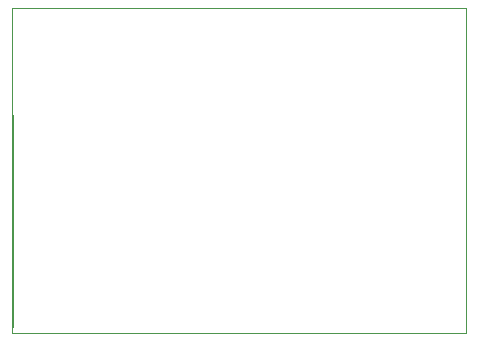
<source format=gbr>
G04 #@! TF.GenerationSoftware,KiCad,Pcbnew,9.0.1*
G04 #@! TF.CreationDate,2026-02-11T02:11:43+05:30*
G04 #@! TF.ProjectId,kicadfiles.txt,6b696361-6466-4696-9c65-732e7478742e,rev?*
G04 #@! TF.SameCoordinates,Original*
G04 #@! TF.FileFunction,Profile,NP*
%FSLAX46Y46*%
G04 Gerber Fmt 4.6, Leading zero omitted, Abs format (unit mm)*
G04 Created by KiCad (PCBNEW 9.0.1) date 2026-02-11 02:11:43*
%MOMM*%
%LPD*%
G01*
G04 APERTURE LIST*
G04 #@! TA.AperFunction,Profile*
%ADD10C,0.050000*%
G04 #@! TD*
G04 #@! TA.AperFunction,Profile*
%ADD11C,0.120000*%
G04 #@! TD*
G04 APERTURE END LIST*
D10*
X127730000Y-65750000D02*
X166230000Y-65750000D01*
X166230000Y-93250000D01*
X127730000Y-93250000D01*
X127730000Y-65750000D01*
D11*
X127830000Y-74800000D02*
X127830000Y-92800000D01*
M02*

</source>
